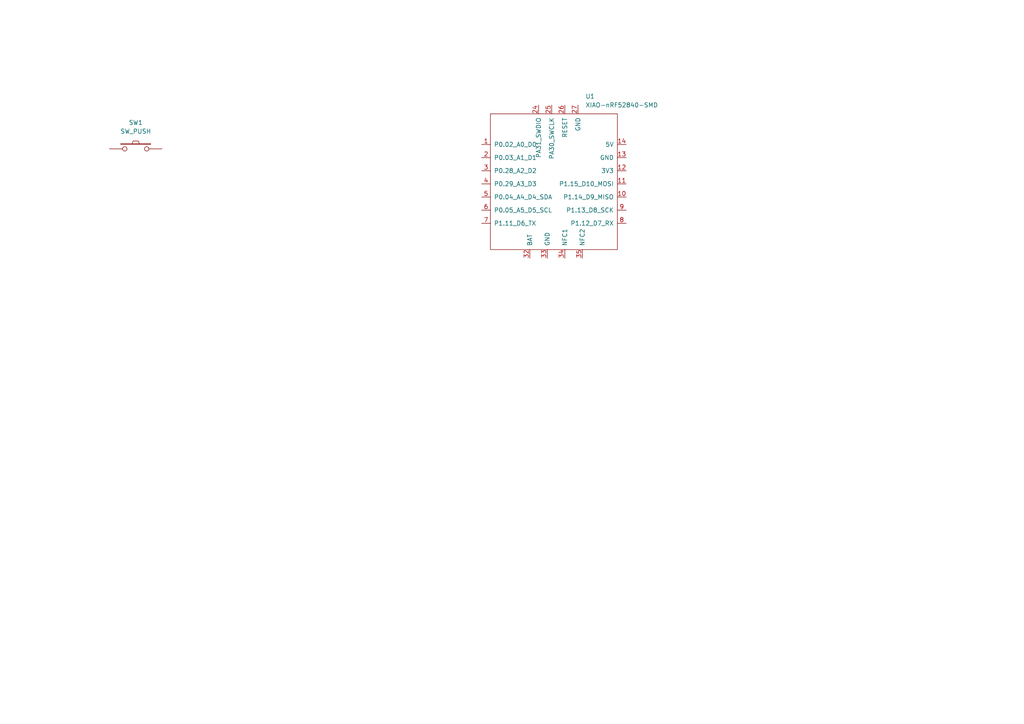
<source format=kicad_sch>
(kicad_sch (version 20250114) (generator "eeschema") (generator_version "9.0")
  (paper "A4")
  (lib_symbols
    (symbol "Seeed_Studio_XIAO_nRF52840-Plus-SMD:XIAO-nRF52840-SMD" (pin_names (offset 1.016))
      (property "Reference" "U" (at -18.542 23.114 0))
      (property "Value" "XIAO-nRF52840-SMD" (at -8.636 21.336 0))
      (symbol "XIAO-nRF52840-SMD_0_1"
        (rectangle (start -19.05 20.32) (end 17.78 -19.05))
      )
      (symbol "XIAO-nRF52840-SMD_1_1"
        (pin passive line (at -21.59 11.43 0) (length 2.54) (name "P0.02_A0_D0") (number "1"))
        (pin passive line (at -21.59 7.62 0) (length 2.54) (name "P0.03_A1_D1") (number "2"))
        (pin passive line (at -21.59 3.81 0) (length 2.54) (name "P0.28_A2_D2") (number "3"))
        (pin passive line (at -21.59 0 0) (length 2.54) (name "P0.29_A3_D3") (number "4"))
        (pin passive line (at -21.59 -3.81 0) (length 2.54) (name "P0.04_A4_D4_SDA") (number "5"))
        (pin passive line (at -21.59 -7.62 0) (length 2.54) (name "P0.05_A5_D5_SCL") (number "6"))
        (pin passive line (at -21.59 -11.43 0) (length 2.54) (name "P1.11_D6_TX") (number "7"))
        (pin passive line (at -7.62 -21.59 90) (length 2.54) (name "BAT") (number "32"))
        (pin passive line (at -5.08 22.86 270) (length 2.54) (name "PA31_SWDIO") (number "24"))
        (pin passive line (at -2.54 -21.59 90) (length 2.54) (name "GND") (number "33"))
        (pin passive line (at -1.27 22.86 270) (length 2.54) (name "PA30_SWCLK") (number "25"))
        (pin passive line (at 2.54 22.86 270) (length 2.54) (name "RESET") (number "26"))
        (pin passive line (at 2.54 -21.59 90) (length 2.54) (name "NFC1") (number "34"))
        (pin passive line (at 6.35 22.86 270) (length 2.54) (name "GND") (number "27"))
        (pin passive line (at 7.62 -21.59 90) (length 2.54) (name "NFC2") (number "35"))
        (pin passive line (at 20.32 11.43 180) (length 2.54) (name "5V") (number "14"))
        (pin passive line (at 20.32 7.62 180) (length 2.54) (name "GND") (number "13"))
        (pin passive line (at 20.32 3.81 180) (length 2.54) (name "3V3") (number "12"))
        (pin passive line (at 20.32 0 180) (length 2.54) (name "P1.15_D10_MOSI") (number "11"))
        (pin passive line (at 20.32 -3.81 180) (length 2.54) (name "P1.14_D9_MISO") (number "10"))
        (pin passive line (at 20.32 -7.62 180) (length 2.54) (name "P1.13_D8_SCK") (number "9"))
        (pin passive line (at 20.32 -11.43 180) (length 2.54) (name "P1.12_D7_RX") (number "8"))
      )
    )
    (symbol "foostan-kbd:SW_PUSH" (pin_numbers (hide yes)) (pin_names (offset 1.016) (hide yes))
      (property "Reference" "SW" (at 3.81 2.794 0))
      (property "Value" "SW_PUSH" (at 0 -2.032 0))
      (symbol "SW_PUSH_0_1"
        (rectangle (start -4.318 1.27) (end 4.318 1.524))
        (polyline (pts (xy -1.016 1.524) (xy -0.762 2.286) (xy 0.762 2.286) (xy 1.016 1.524)))
        (pin passive inverted (at -7.62 0 0) (length 5.08) (name "1") (number "1"))
        (pin passive inverted (at 7.62 0 180) (length 5.08) (name "2") (number "2"))
      )
    )
  )
  (symbol (lib_id "Seeed_Studio_XIAO_nRF52840-Plus-SMD:XIAO-nRF52840-SMD") (at 161.29 53.34 0) (unit 1)
    (property "Reference" "U1" (at 169.7833 27.94 0) (effects (justify left)))
    (property "Value" "XIAO-nRF52840-SMD" (at 169.7833 30.48 0) (effects (justify left)))
  )
  (symbol (lib_id "foostan-kbd:SW_PUSH") (at 39.37 43.18 0) (unit 1)
    (property "Reference" "SW1" (at 39.37 35.56 0))
    (property "Value" "SW_PUSH" (at 39.37 38.1 0))
  )
)
</source>
